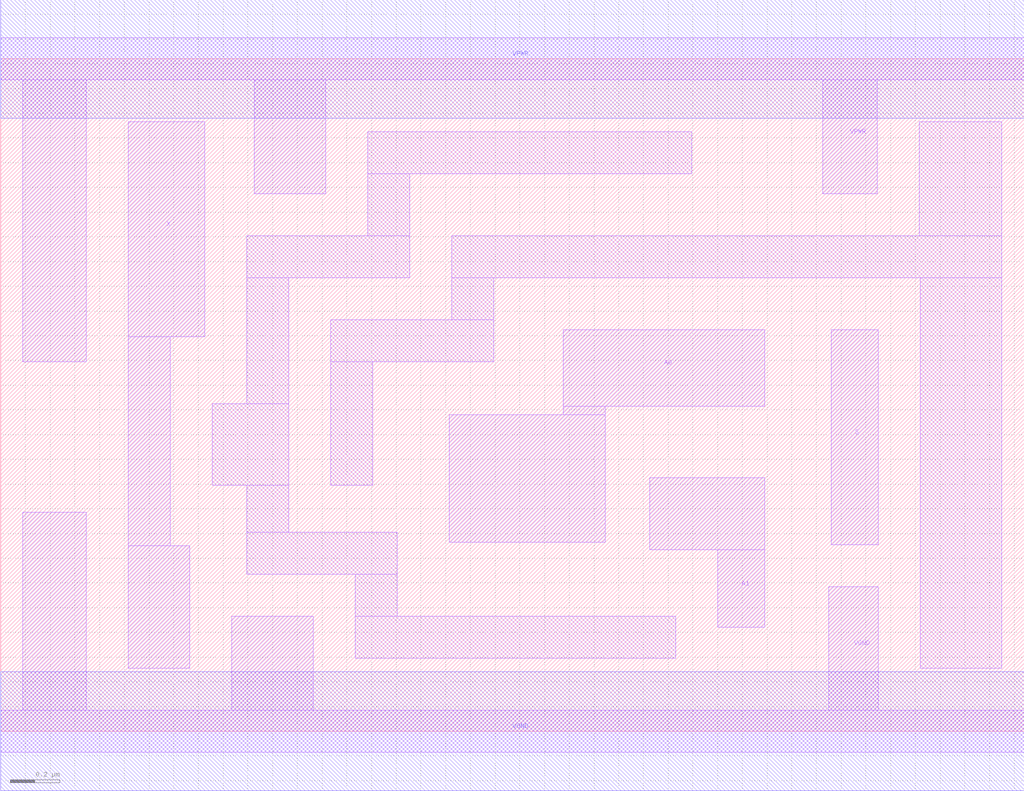
<source format=lef>
# Copyright 2020 The SkyWater PDK Authors
#
# Licensed under the Apache License, Version 2.0 (the "License");
# you may not use this file except in compliance with the License.
# You may obtain a copy of the License at
#
#     https://www.apache.org/licenses/LICENSE-2.0
#
# Unless required by applicable law or agreed to in writing, software
# distributed under the License is distributed on an "AS IS" BASIS,
# WITHOUT WARRANTIES OR CONDITIONS OF ANY KIND, either express or implied.
# See the License for the specific language governing permissions and
# limitations under the License.
#
# SPDX-License-Identifier: Apache-2.0

VERSION 5.5 ;
NAMESCASESENSITIVE ON ;
BUSBITCHARS "[]" ;
DIVIDERCHAR "/" ;
MACRO sky130_fd_sc_hd__mux2_2
  CLASS CORE ;
  SOURCE USER ;
  ORIGIN  0.000000  0.000000 ;
  SIZE  4.140000 BY  2.720000 ;
  SYMMETRY X Y R90 ;
  SITE unithd ;
  PIN A0
    ANTENNAGATEAREA  0.159000 ;
    DIRECTION INPUT ;
    USE SIGNAL ;
    PORT
      LAYER li1 ;
        RECT 1.815000 0.765000 2.445000 1.280000 ;
        RECT 2.275000 1.280000 2.445000 1.315000 ;
        RECT 2.275000 1.315000 3.090000 1.625000 ;
    END
  END A0
  PIN A1
    ANTENNAGATEAREA  0.159000 ;
    DIRECTION INPUT ;
    USE SIGNAL ;
    PORT
      LAYER li1 ;
        RECT 2.625000 0.735000 3.090000 1.025000 ;
        RECT 2.900000 0.420000 3.090000 0.735000 ;
    END
  END A1
  PIN S
    ANTENNAGATEAREA  0.318000 ;
    DIRECTION INPUT ;
    USE SIGNAL ;
    PORT
      LAYER li1 ;
        RECT 3.360000 0.755000 3.550000 1.625000 ;
    END
  END S
  PIN X
    ANTENNADIFFAREA  0.445500 ;
    DIRECTION OUTPUT ;
    USE SIGNAL ;
    PORT
      LAYER li1 ;
        RECT 0.515000 0.255000 0.765000 0.750000 ;
        RECT 0.515000 0.750000 0.685000 1.595000 ;
        RECT 0.515000 1.595000 0.825000 2.465000 ;
    END
  END X
  PIN VGND
    DIRECTION INOUT ;
    SHAPE ABUTMENT ;
    USE GROUND ;
    PORT
      LAYER li1 ;
        RECT 0.000000 -0.085000 4.140000 0.085000 ;
        RECT 0.090000  0.085000 0.345000 0.885000 ;
        RECT 0.935000  0.085000 1.265000 0.465000 ;
        RECT 3.350000  0.085000 3.550000 0.585000 ;
    END
    PORT
      LAYER met1 ;
        RECT 0.000000 -0.240000 4.140000 0.240000 ;
    END
  END VGND
  PIN VNB
    DIRECTION INOUT ;
    USE GROUND ;
    PORT
    END
  END VNB
  PIN VPB
    DIRECTION INOUT ;
    USE POWER ;
    PORT
    END
  END VPB
  PIN VPWR
    DIRECTION INOUT ;
    SHAPE ABUTMENT ;
    USE POWER ;
    PORT
      LAYER li1 ;
        RECT 0.000000 2.635000 4.140000 2.805000 ;
        RECT 0.090000 1.495000 0.345000 2.635000 ;
        RECT 1.025000 2.175000 1.315000 2.635000 ;
        RECT 3.325000 2.175000 3.545000 2.635000 ;
    END
    PORT
      LAYER met1 ;
        RECT 0.000000 2.480000 4.140000 2.960000 ;
    END
  END VPWR
  OBS
    LAYER li1 ;
      RECT 0.855000 0.995000 1.165000 1.325000 ;
      RECT 0.995000 0.635000 1.605000 0.805000 ;
      RECT 0.995000 0.805000 1.165000 0.995000 ;
      RECT 0.995000 1.325000 1.165000 1.835000 ;
      RECT 0.995000 1.835000 1.655000 2.005000 ;
      RECT 1.335000 0.995000 1.505000 1.495000 ;
      RECT 1.335000 1.495000 1.995000 1.665000 ;
      RECT 1.435000 0.295000 2.730000 0.465000 ;
      RECT 1.435000 0.465000 1.605000 0.635000 ;
      RECT 1.485000 2.005000 1.655000 2.255000 ;
      RECT 1.485000 2.255000 2.795000 2.425000 ;
      RECT 1.825000 1.665000 1.995000 1.835000 ;
      RECT 1.825000 1.835000 4.050000 2.005000 ;
      RECT 3.715000 2.005000 4.050000 2.465000 ;
      RECT 3.720000 0.255000 4.050000 1.835000 ;
  END
END sky130_fd_sc_hd__mux2_2
END LIBRARY

</source>
